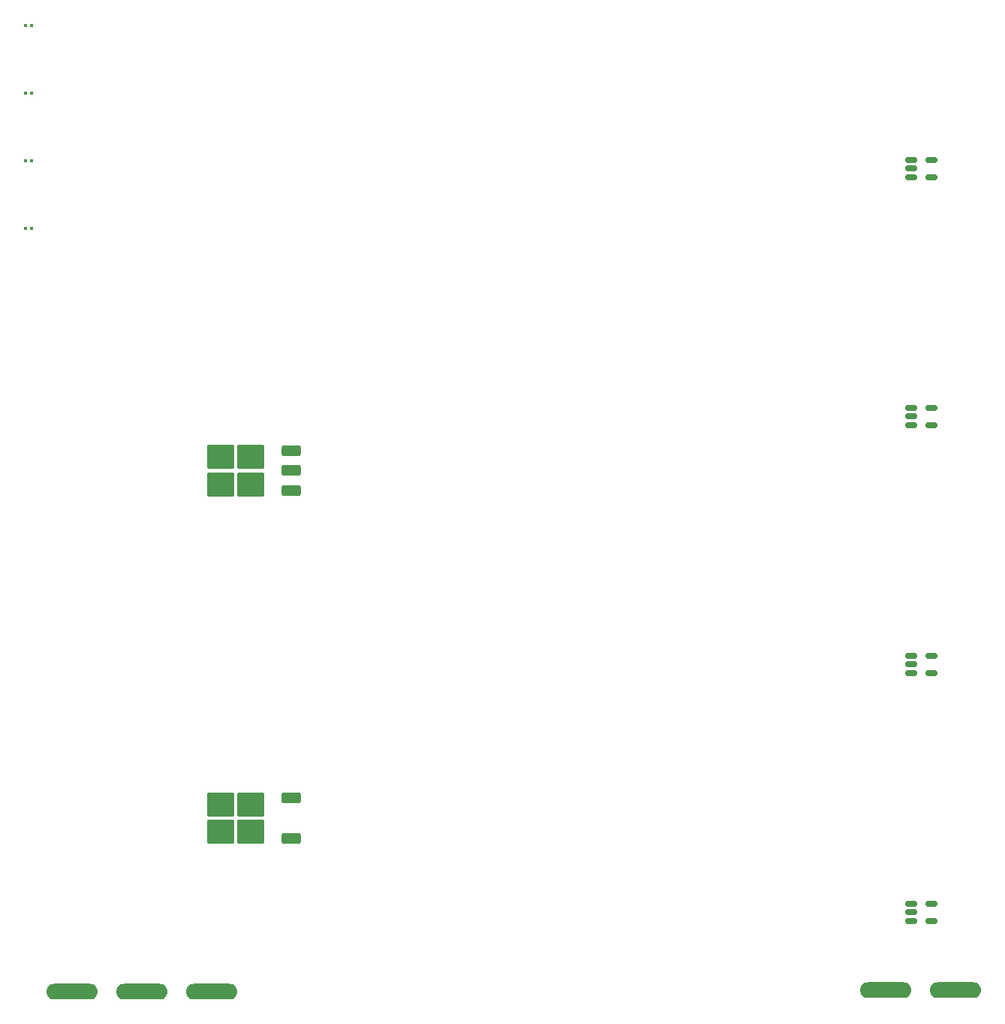
<source format=gbr>
%TF.GenerationSoftware,KiCad,Pcbnew,(7.0.0-0)*%
%TF.CreationDate,2024-05-06T17:20:27-04:00*%
%TF.ProjectId,BFieldArduino,42466965-6c64-4417-9264-75696e6f2e6b,rev?*%
%TF.SameCoordinates,Original*%
%TF.FileFunction,Paste,Top*%
%TF.FilePolarity,Positive*%
%FSLAX46Y46*%
G04 Gerber Fmt 4.6, Leading zero omitted, Abs format (unit mm)*
G04 Created by KiCad (PCBNEW (7.0.0-0)) date 2024-05-06 17:20:27*
%MOMM*%
%LPD*%
G01*
G04 APERTURE LIST*
G04 Aperture macros list*
%AMRoundRect*
0 Rectangle with rounded corners*
0 $1 Rounding radius*
0 $2 $3 $4 $5 $6 $7 $8 $9 X,Y pos of 4 corners*
0 Add a 4 corners polygon primitive as box body*
4,1,4,$2,$3,$4,$5,$6,$7,$8,$9,$2,$3,0*
0 Add four circle primitives for the rounded corners*
1,1,$1+$1,$2,$3*
1,1,$1+$1,$4,$5*
1,1,$1+$1,$6,$7*
1,1,$1+$1,$8,$9*
0 Add four rect primitives between the rounded corners*
20,1,$1+$1,$2,$3,$4,$5,0*
20,1,$1+$1,$4,$5,$6,$7,0*
20,1,$1+$1,$6,$7,$8,$9,0*
20,1,$1+$1,$8,$9,$2,$3,0*%
G04 Aperture macros list end*
%ADD10O,5.842000X1.778000*%
%ADD11RoundRect,0.150000X-0.512500X-0.150000X0.512500X-0.150000X0.512500X0.150000X-0.512500X0.150000X0*%
%ADD12RoundRect,0.079500X-0.079500X-0.100500X0.079500X-0.100500X0.079500X0.100500X-0.079500X0.100500X0*%
%ADD13RoundRect,0.079500X0.079500X0.100500X-0.079500X0.100500X-0.079500X-0.100500X0.079500X-0.100500X0*%
%ADD14RoundRect,0.250000X0.850000X0.350000X-0.850000X0.350000X-0.850000X-0.350000X0.850000X-0.350000X0*%
%ADD15RoundRect,0.250000X1.275000X1.125000X-1.275000X1.125000X-1.275000X-1.125000X1.275000X-1.125000X0*%
G04 APERTURE END LIST*
D10*
%TO.C,U12*%
X185062999Y-134297299D03*
X192936999Y-134297299D03*
%TD*%
D11*
%TO.C,U2*%
X187920000Y-40780000D03*
X187920000Y-41730000D03*
X187920000Y-42680000D03*
X190195000Y-42680000D03*
X190195000Y-40780000D03*
%TD*%
%TO.C,U4*%
X187920000Y-68720000D03*
X187920000Y-69670000D03*
X187920000Y-70620000D03*
X190195000Y-70620000D03*
X190195000Y-68720000D03*
%TD*%
%TO.C,U8*%
X187920000Y-124600000D03*
X187920000Y-125550000D03*
X187920000Y-126500000D03*
X190195000Y-126500000D03*
X190195000Y-124600000D03*
%TD*%
%TO.C,U6*%
X187920000Y-96660000D03*
X187920000Y-97610000D03*
X187920000Y-98560000D03*
X190195000Y-98560000D03*
X190195000Y-96660000D03*
%TD*%
D12*
%TO.C,D4*%
X88000000Y-25640000D03*
X88690000Y-25640000D03*
%TD*%
D10*
%TO.C,U11*%
X93251999Y-134499999D03*
X101125999Y-134499999D03*
X108999999Y-134499999D03*
%TD*%
D13*
%TO.C,D2*%
X88690000Y-40880000D03*
X88000000Y-40880000D03*
%TD*%
D14*
%TO.C,U10*%
X118020000Y-78060000D03*
X118020000Y-75780000D03*
D15*
X113395000Y-77305000D03*
X113395000Y-74255000D03*
X110045000Y-77305000D03*
X110045000Y-74255000D03*
D14*
X118020000Y-73500000D03*
%TD*%
D12*
%TO.C,D1*%
X88000000Y-48500000D03*
X88690000Y-48500000D03*
%TD*%
D14*
%TO.C,U9*%
X118020000Y-117255000D03*
D15*
X113395000Y-116500000D03*
X113395000Y-113450000D03*
X110045000Y-116500000D03*
X110045000Y-113450000D03*
D14*
X118020000Y-112695000D03*
%TD*%
D12*
%TO.C,D3*%
X88000000Y-33260000D03*
X88690000Y-33260000D03*
%TD*%
M02*

</source>
